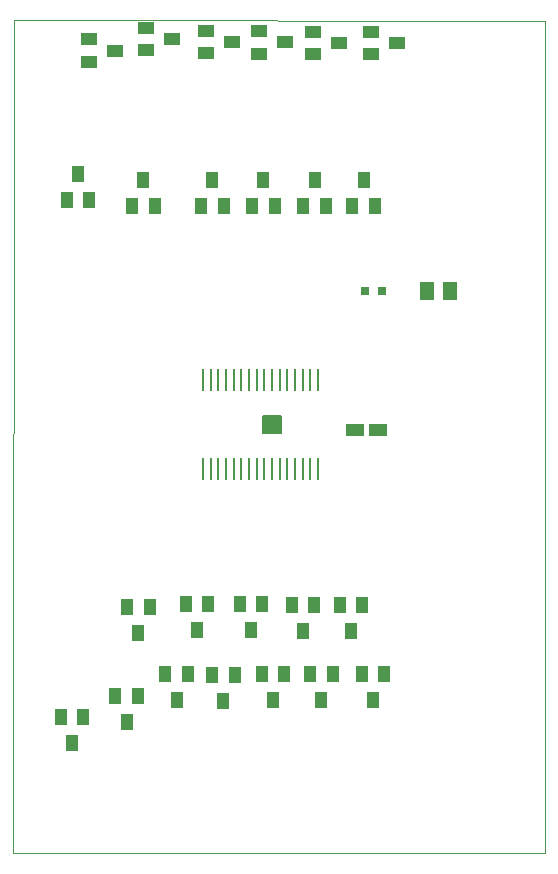
<source format=gtp>
G75*
G70*
%OFA0B0*%
%FSLAX24Y24*%
%IPPOS*%
%LPD*%
%AMOC8*
5,1,8,0,0,1.08239X$1,22.5*
%
%ADD10C,0.0000*%
%ADD11R,0.0394X0.0551*%
%ADD12R,0.0551X0.0394*%
%ADD13R,0.0315X0.0315*%
%ADD14R,0.0512X0.0630*%
%ADD15R,0.0110X0.0780*%
%ADD16C,0.0050*%
%ADD17R,0.0591X0.0394*%
D10*
X001415Y000100D02*
X001454Y027856D01*
X019132Y027844D01*
X019132Y000100D01*
X001415Y000100D01*
D11*
X003372Y003773D03*
X003746Y004639D03*
X002998Y004639D03*
X004820Y005348D03*
X005194Y004482D03*
X005569Y005348D03*
X006482Y006072D03*
X006856Y005206D03*
X007230Y006072D03*
X008041Y006033D03*
X008415Y005167D03*
X008789Y006033D03*
X009706Y006072D03*
X010080Y005206D03*
X010454Y006072D03*
X011313Y006065D03*
X011687Y005198D03*
X012061Y006065D03*
X013029Y006065D03*
X013403Y005198D03*
X013777Y006065D03*
X012667Y007521D03*
X013041Y008387D03*
X012293Y008387D03*
X011443Y008387D03*
X011069Y007521D03*
X010694Y008387D03*
X009718Y008395D03*
X009344Y007529D03*
X008970Y008395D03*
X007911Y008395D03*
X007537Y007529D03*
X007163Y008395D03*
X005958Y008317D03*
X005584Y007450D03*
X005210Y008317D03*
X005380Y021663D03*
X005754Y022529D03*
X006128Y021663D03*
X007679Y021663D03*
X008427Y021663D03*
X008053Y022529D03*
X009380Y021671D03*
X009754Y022537D03*
X010128Y021671D03*
X011088Y021671D03*
X011462Y022537D03*
X011836Y021671D03*
X012718Y021671D03*
X013092Y022537D03*
X013466Y021671D03*
X003946Y021860D03*
X003572Y022726D03*
X003198Y021860D03*
D12*
X003923Y026478D03*
X003923Y027226D03*
X004789Y026852D03*
X005852Y026856D03*
X005852Y027604D03*
X006718Y027230D03*
X007828Y027517D03*
X007828Y026769D03*
X008694Y027143D03*
X009600Y027502D03*
X009600Y026754D03*
X010466Y027128D03*
X011411Y027486D03*
X011411Y026738D03*
X012277Y027112D03*
X013348Y027478D03*
X013348Y026730D03*
X014214Y027104D03*
D13*
X013718Y018840D03*
X013128Y018840D03*
D14*
X015214Y018840D03*
X015962Y018840D03*
D15*
X011572Y015868D03*
X011317Y015868D03*
X011061Y015868D03*
X010805Y015868D03*
X010549Y015868D03*
X010293Y015868D03*
X010037Y015868D03*
X009781Y015868D03*
X009525Y015868D03*
X009269Y015868D03*
X009013Y015868D03*
X008757Y015868D03*
X008502Y015868D03*
X008246Y015868D03*
X007990Y015868D03*
X007734Y015868D03*
X007734Y012915D03*
X007990Y012915D03*
X008246Y012915D03*
X008502Y012915D03*
X008757Y012915D03*
X009013Y012915D03*
X009269Y012915D03*
X009525Y012915D03*
X009781Y012915D03*
X010037Y012915D03*
X010293Y012915D03*
X010549Y012915D03*
X010805Y012915D03*
X011061Y012915D03*
X011317Y012915D03*
X011572Y012915D03*
D16*
X010332Y014096D02*
X010332Y014687D01*
X009742Y014687D01*
X009742Y014096D01*
X010332Y014096D01*
X010332Y014117D02*
X009742Y014117D01*
X009742Y014165D02*
X010332Y014165D01*
X010332Y014214D02*
X009742Y014214D01*
X009742Y014262D02*
X010332Y014262D01*
X010332Y014311D02*
X009742Y014311D01*
X009742Y014359D02*
X010332Y014359D01*
X010332Y014408D02*
X009742Y014408D01*
X009742Y014456D02*
X010332Y014456D01*
X010332Y014505D02*
X009742Y014505D01*
X009742Y014553D02*
X010332Y014553D01*
X010332Y014602D02*
X009742Y014602D01*
X009742Y014650D02*
X010332Y014650D01*
D17*
X012817Y014194D03*
X013557Y014194D03*
M02*

</source>
